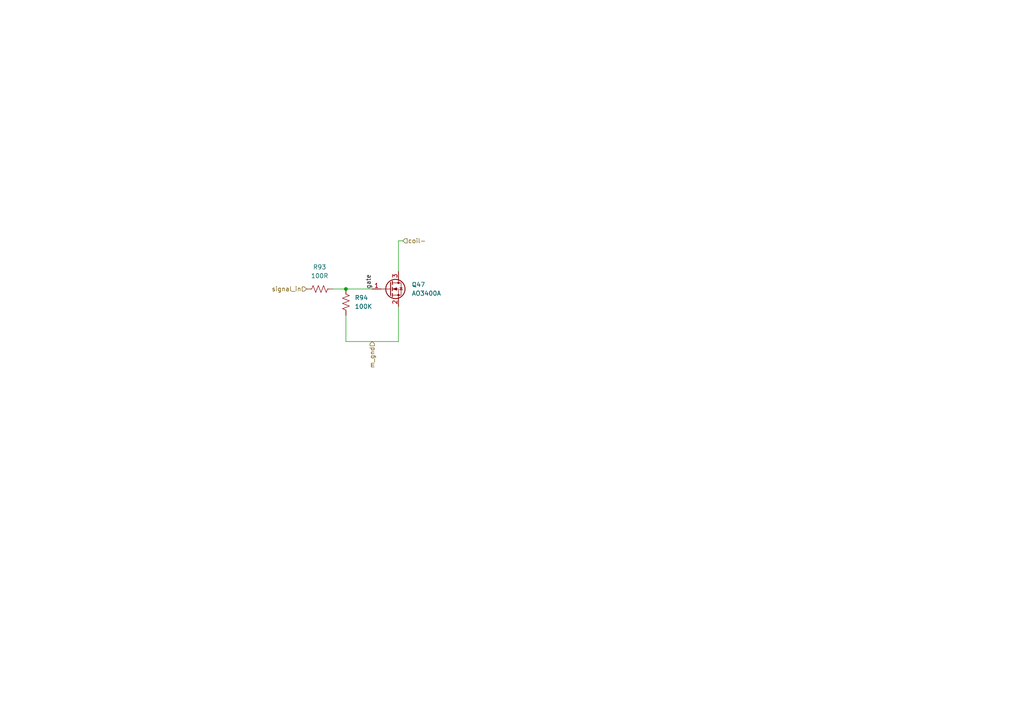
<source format=kicad_sch>
(kicad_sch
	(version 20250114)
	(generator "eeschema")
	(generator_version "9.0")
	(uuid "57fcd4e4-e03a-4da3-9068-5f076df4df21")
	(paper "A4")
	(lib_symbols
		(symbol "Device:R_US"
			(pin_numbers
				(hide yes)
			)
			(pin_names
				(offset 0)
			)
			(exclude_from_sim no)
			(in_bom yes)
			(on_board yes)
			(property "Reference" "R"
				(at 2.54 0 90)
				(effects
					(font
						(size 1.27 1.27)
					)
				)
			)
			(property "Value" "R_US"
				(at -2.54 0 90)
				(effects
					(font
						(size 1.27 1.27)
					)
				)
			)
			(property "Footprint" ""
				(at 1.016 -0.254 90)
				(effects
					(font
						(size 1.27 1.27)
					)
					(hide yes)
				)
			)
			(property "Datasheet" "~"
				(at 0 0 0)
				(effects
					(font
						(size 1.27 1.27)
					)
					(hide yes)
				)
			)
			(property "Description" "Resistor, US symbol"
				(at 0 0 0)
				(effects
					(font
						(size 1.27 1.27)
					)
					(hide yes)
				)
			)
			(property "ki_keywords" "R res resistor"
				(at 0 0 0)
				(effects
					(font
						(size 1.27 1.27)
					)
					(hide yes)
				)
			)
			(property "ki_fp_filters" "R_*"
				(at 0 0 0)
				(effects
					(font
						(size 1.27 1.27)
					)
					(hide yes)
				)
			)
			(symbol "R_US_0_1"
				(polyline
					(pts
						(xy 0 2.286) (xy 0 2.54)
					)
					(stroke
						(width 0)
						(type default)
					)
					(fill
						(type none)
					)
				)
				(polyline
					(pts
						(xy 0 2.286) (xy 1.016 1.905) (xy 0 1.524) (xy -1.016 1.143) (xy 0 0.762)
					)
					(stroke
						(width 0)
						(type default)
					)
					(fill
						(type none)
					)
				)
				(polyline
					(pts
						(xy 0 0.762) (xy 1.016 0.381) (xy 0 0) (xy -1.016 -0.381) (xy 0 -0.762)
					)
					(stroke
						(width 0)
						(type default)
					)
					(fill
						(type none)
					)
				)
				(polyline
					(pts
						(xy 0 -0.762) (xy 1.016 -1.143) (xy 0 -1.524) (xy -1.016 -1.905) (xy 0 -2.286)
					)
					(stroke
						(width 0)
						(type default)
					)
					(fill
						(type none)
					)
				)
				(polyline
					(pts
						(xy 0 -2.286) (xy 0 -2.54)
					)
					(stroke
						(width 0)
						(type default)
					)
					(fill
						(type none)
					)
				)
			)
			(symbol "R_US_1_1"
				(pin passive line
					(at 0 3.81 270)
					(length 1.27)
					(name "~"
						(effects
							(font
								(size 1.27 1.27)
							)
						)
					)
					(number "1"
						(effects
							(font
								(size 1.27 1.27)
							)
						)
					)
				)
				(pin passive line
					(at 0 -3.81 90)
					(length 1.27)
					(name "~"
						(effects
							(font
								(size 1.27 1.27)
							)
						)
					)
					(number "2"
						(effects
							(font
								(size 1.27 1.27)
							)
						)
					)
				)
			)
			(embedded_fonts no)
		)
		(symbol "Transistor_FET:AO3400A"
			(pin_names
				(offset 0)
				(hide yes)
			)
			(exclude_from_sim no)
			(in_bom yes)
			(on_board yes)
			(property "Reference" "Q"
				(at 5.08 1.905 0)
				(effects
					(font
						(size 1.27 1.27)
					)
					(justify left)
				)
			)
			(property "Value" "AO3400A"
				(at 5.08 0 0)
				(effects
					(font
						(size 1.27 1.27)
					)
					(justify left)
				)
			)
			(property "Footprint" "Package_TO_SOT_SMD:SOT-23"
				(at 5.08 -1.905 0)
				(effects
					(font
						(size 1.27 1.27)
						(italic yes)
					)
					(justify left)
					(hide yes)
				)
			)
			(property "Datasheet" "http://www.aosmd.com/pdfs/datasheet/AO3400A.pdf"
				(at 5.08 -3.81 0)
				(effects
					(font
						(size 1.27 1.27)
					)
					(justify left)
					(hide yes)
				)
			)
			(property "Description" "30V Vds, 5.7A Id, N-Channel MOSFET, SOT-23"
				(at 0 0 0)
				(effects
					(font
						(size 1.27 1.27)
					)
					(hide yes)
				)
			)
			(property "ki_keywords" "N-Channel MOSFET"
				(at 0 0 0)
				(effects
					(font
						(size 1.27 1.27)
					)
					(hide yes)
				)
			)
			(property "ki_fp_filters" "SOT?23*"
				(at 0 0 0)
				(effects
					(font
						(size 1.27 1.27)
					)
					(hide yes)
				)
			)
			(symbol "AO3400A_0_1"
				(polyline
					(pts
						(xy 0.254 1.905) (xy 0.254 -1.905)
					)
					(stroke
						(width 0.254)
						(type default)
					)
					(fill
						(type none)
					)
				)
				(polyline
					(pts
						(xy 0.254 0) (xy -2.54 0)
					)
					(stroke
						(width 0)
						(type default)
					)
					(fill
						(type none)
					)
				)
				(polyline
					(pts
						(xy 0.762 2.286) (xy 0.762 1.27)
					)
					(stroke
						(width 0.254)
						(type default)
					)
					(fill
						(type none)
					)
				)
				(polyline
					(pts
						(xy 0.762 0.508) (xy 0.762 -0.508)
					)
					(stroke
						(width 0.254)
						(type default)
					)
					(fill
						(type none)
					)
				)
				(polyline
					(pts
						(xy 0.762 -1.27) (xy 0.762 -2.286)
					)
					(stroke
						(width 0.254)
						(type default)
					)
					(fill
						(type none)
					)
				)
				(polyline
					(pts
						(xy 0.762 -1.778) (xy 3.302 -1.778) (xy 3.302 1.778) (xy 0.762 1.778)
					)
					(stroke
						(width 0)
						(type default)
					)
					(fill
						(type none)
					)
				)
				(polyline
					(pts
						(xy 1.016 0) (xy 2.032 0.381) (xy 2.032 -0.381) (xy 1.016 0)
					)
					(stroke
						(width 0)
						(type default)
					)
					(fill
						(type outline)
					)
				)
				(circle
					(center 1.651 0)
					(radius 2.794)
					(stroke
						(width 0.254)
						(type default)
					)
					(fill
						(type none)
					)
				)
				(polyline
					(pts
						(xy 2.54 2.54) (xy 2.54 1.778)
					)
					(stroke
						(width 0)
						(type default)
					)
					(fill
						(type none)
					)
				)
				(circle
					(center 2.54 1.778)
					(radius 0.254)
					(stroke
						(width 0)
						(type default)
					)
					(fill
						(type outline)
					)
				)
				(circle
					(center 2.54 -1.778)
					(radius 0.254)
					(stroke
						(width 0)
						(type default)
					)
					(fill
						(type outline)
					)
				)
				(polyline
					(pts
						(xy 2.54 -2.54) (xy 2.54 0) (xy 0.762 0)
					)
					(stroke
						(width 0)
						(type default)
					)
					(fill
						(type none)
					)
				)
				(polyline
					(pts
						(xy 2.921 0.381) (xy 3.683 0.381)
					)
					(stroke
						(width 0)
						(type default)
					)
					(fill
						(type none)
					)
				)
				(polyline
					(pts
						(xy 3.302 0.381) (xy 2.921 -0.254) (xy 3.683 -0.254) (xy 3.302 0.381)
					)
					(stroke
						(width 0)
						(type default)
					)
					(fill
						(type none)
					)
				)
			)
			(symbol "AO3400A_1_1"
				(pin input line
					(at -5.08 0 0)
					(length 2.54)
					(name "G"
						(effects
							(font
								(size 1.27 1.27)
							)
						)
					)
					(number "1"
						(effects
							(font
								(size 1.27 1.27)
							)
						)
					)
				)
				(pin passive line
					(at 2.54 5.08 270)
					(length 2.54)
					(name "D"
						(effects
							(font
								(size 1.27 1.27)
							)
						)
					)
					(number "3"
						(effects
							(font
								(size 1.27 1.27)
							)
						)
					)
				)
				(pin passive line
					(at 2.54 -5.08 90)
					(length 2.54)
					(name "S"
						(effects
							(font
								(size 1.27 1.27)
							)
						)
					)
					(number "2"
						(effects
							(font
								(size 1.27 1.27)
							)
						)
					)
				)
			)
			(embedded_fonts no)
		)
	)
	(junction
		(at 100.33 83.82)
		(diameter 0)
		(color 0 0 0 0)
		(uuid "39d22070-d0c8-41ed-8421-c6d0f11c5eb2")
	)
	(wire
		(pts
			(xy 115.57 69.85) (xy 116.84 69.85)
		)
		(stroke
			(width 0)
			(type default)
		)
		(uuid "2081934f-31bf-4f7a-ae15-875e4fae1daa")
	)
	(wire
		(pts
			(xy 96.52 83.82) (xy 100.33 83.82)
		)
		(stroke
			(width 0)
			(type default)
		)
		(uuid "2921c11f-7f46-4997-96ea-60ae0163a483")
	)
	(wire
		(pts
			(xy 115.57 88.9) (xy 115.57 99.06)
		)
		(stroke
			(width 0)
			(type default)
		)
		(uuid "363ea792-d7b8-40ca-aa1d-1269322ac92f")
	)
	(wire
		(pts
			(xy 115.57 78.74) (xy 115.57 69.85)
		)
		(stroke
			(width 0)
			(type default)
		)
		(uuid "5b23699d-337d-487e-84d8-f335be1ee7dc")
	)
	(wire
		(pts
			(xy 100.33 83.82) (xy 107.95 83.82)
		)
		(stroke
			(width 0)
			(type default)
		)
		(uuid "8bbfdeec-e472-4b97-8d77-61cef3d2eb5b")
	)
	(wire
		(pts
			(xy 100.33 99.06) (xy 115.57 99.06)
		)
		(stroke
			(width 0)
			(type default)
		)
		(uuid "af778189-ae7e-42a9-b6b0-d15cb1befd83")
	)
	(wire
		(pts
			(xy 100.33 91.44) (xy 100.33 99.06)
		)
		(stroke
			(width 0)
			(type default)
		)
		(uuid "ee8667c7-ec96-4931-a664-9dc0e1299727")
	)
	(label "gate"
		(at 107.95 83.82 90)
		(effects
			(font
				(size 1.27 1.27)
			)
			(justify left bottom)
		)
		(uuid "d66a5260-cdfd-4e67-8aa4-f4e3d919aea8")
	)
	(hierarchical_label "signal_in"
		(shape input)
		(at 88.9 83.82 180)
		(effects
			(font
				(size 1.27 1.27)
			)
			(justify right)
		)
		(uuid "21772e0b-33be-4341-880a-28f9dae1884a")
	)
	(hierarchical_label "coil-"
		(shape input)
		(at 116.84 69.85 0)
		(effects
			(font
				(size 1.27 1.27)
			)
			(justify left)
		)
		(uuid "5bcaef4d-3603-4f98-ab6f-2801af8aecb4")
	)
	(hierarchical_label "m_gnd"
		(shape input)
		(at 107.95 99.06 270)
		(effects
			(font
				(size 1.27 1.27)
			)
			(justify right)
		)
		(uuid "74f76629-c85c-47a7-b744-f66db93a4c0c")
	)
	(symbol
		(lib_id "Device:R_US")
		(at 100.33 87.63 0)
		(unit 1)
		(exclude_from_sim no)
		(in_bom yes)
		(on_board yes)
		(dnp no)
		(fields_autoplaced yes)
		(uuid "1e664b87-5d3e-4e9a-8218-e1cd8bb1b0c7")
		(property "Reference" "R2"
			(at 102.87 86.3599 0)
			(effects
				(font
					(size 1.27 1.27)
				)
				(justify left)
			)
		)
		(property "Value" "100K"
			(at 102.87 88.8999 0)
			(effects
				(font
					(size 1.27 1.27)
				)
				(justify left)
			)
		)
		(property "Footprint" "Resistor_SMD:R_0603_1608Metric"
			(at 101.346 87.884 90)
			(effects
				(font
					(size 1.27 1.27)
				)
				(hide yes)
			)
		)
		(property "Datasheet" "~"
			(at 100.33 87.63 0)
			(effects
				(font
					(size 1.27 1.27)
				)
				(hide yes)
			)
		)
		(property "Description" "Resistor, US symbol"
			(at 100.33 87.63 0)
			(effects
				(font
					(size 1.27 1.27)
				)
				(hide yes)
			)
		)
		(pin "2"
			(uuid "157dff1e-b296-4699-8c4e-f8118f1d0451")
		)
		(pin "1"
			(uuid "c9d2852e-69d8-478a-94ff-1bf9d148000f")
		)
		(instances
			(project "OrganMosfetArray"
				(path "/c071c3dc-fcf2-4a9c-93d2-4680c1b7cb2f/0e2bec89-5459-472c-a57c-a183ad9df8b8/198ce8b1-877d-44cf-addc-cd759e548b42"
					(reference "R94")
					(unit 1)
				)
				(path "/c071c3dc-fcf2-4a9c-93d2-4680c1b7cb2f/0e2bec89-5459-472c-a57c-a183ad9df8b8/1e7ecc51-646d-4046-868b-85f33b1dfce2"
					(reference "R92")
					(unit 1)
				)
				(path "/c071c3dc-fcf2-4a9c-93d2-4680c1b7cb2f/0e2bec89-5459-472c-a57c-a183ad9df8b8/270a1170-d4f8-4a96-b295-99ca6b783534"
					(reference "R96")
					(unit 1)
				)
				(path "/c071c3dc-fcf2-4a9c-93d2-4680c1b7cb2f/0e2bec89-5459-472c-a57c-a183ad9df8b8/2757642a-9874-44c7-8a91-6dd5f3cebc45"
					(reference "R78")
					(unit 1)
				)
				(path "/c071c3dc-fcf2-4a9c-93d2-4680c1b7cb2f/0e2bec89-5459-472c-a57c-a183ad9df8b8/2df45482-3a6a-4105-a4e0-7cfb289f4e5e"
					(reference "R90")
					(unit 1)
				)
				(path "/c071c3dc-fcf2-4a9c-93d2-4680c1b7cb2f/0e2bec89-5459-472c-a57c-a183ad9df8b8/34acf12b-64f9-4830-aa39-17b8417eae0f"
					(reference "R88")
					(unit 1)
				)
				(path "/c071c3dc-fcf2-4a9c-93d2-4680c1b7cb2f/0e2bec89-5459-472c-a57c-a183ad9df8b8/4108d403-570b-4072-ac08-e659d9ddcc7e"
					(reference "R82")
					(unit 1)
				)
				(path "/c071c3dc-fcf2-4a9c-93d2-4680c1b7cb2f/0e2bec89-5459-472c-a57c-a183ad9df8b8/55bec648-47f0-4c25-9685-db7c048028a6"
					(reference "R84")
					(unit 1)
				)
				(path "/c071c3dc-fcf2-4a9c-93d2-4680c1b7cb2f/0e2bec89-5459-472c-a57c-a183ad9df8b8/71239b42-179d-46b4-a801-a021e56162c0"
					(reference "R86")
					(unit 1)
				)
				(path "/c071c3dc-fcf2-4a9c-93d2-4680c1b7cb2f/0e2bec89-5459-472c-a57c-a183ad9df8b8/8f80ddd8-ec64-4254-a0be-6525ccba39bb"
					(reference "R80")
					(unit 1)
				)
				(path "/c071c3dc-fcf2-4a9c-93d2-4680c1b7cb2f/19072c67-b983-4f6e-b907-dd45cb13a7d2/198ce8b1-877d-44cf-addc-cd759e548b42"
					(reference "R54")
					(unit 1)
				)
				(path "/c071c3dc-fcf2-4a9c-93d2-4680c1b7cb2f/19072c67-b983-4f6e-b907-dd45cb13a7d2/1e7ecc51-646d-4046-868b-85f33b1dfce2"
					(reference "R52")
					(unit 1)
				)
				(path "/c071c3dc-fcf2-4a9c-93d2-4680c1b7cb2f/19072c67-b983-4f6e-b907-dd45cb13a7d2/270a1170-d4f8-4a96-b295-99ca6b783534"
					(reference "R56")
					(unit 1)
				)
				(path "/c071c3dc-fcf2-4a9c-93d2-4680c1b7cb2f/19072c67-b983-4f6e-b907-dd45cb13a7d2/2757642a-9874-44c7-8a91-6dd5f3cebc45"
					(reference "R38")
					(unit 1)
				)
				(path "/c071c3dc-fcf2-4a9c-93d2-4680c1b7cb2f/19072c67-b983-4f6e-b907-dd45cb13a7d2/2df45482-3a6a-4105-a4e0-7cfb289f4e5e"
					(reference "R50")
					(unit 1)
				)
				(path "/c071c3dc-fcf2-4a9c-93d2-4680c1b7cb2f/19072c67-b983-4f6e-b907-dd45cb13a7d2/34acf12b-64f9-4830-aa39-17b8417eae0f"
					(reference "R48")
					(unit 1)
				)
				(path "/c071c3dc-fcf2-4a9c-93d2-4680c1b7cb2f/19072c67-b983-4f6e-b907-dd45cb13a7d2/4108d403-570b-4072-ac08-e659d9ddcc7e"
					(reference "R42")
					(unit 1)
				)
				(path "/c071c3dc-fcf2-4a9c-93d2-4680c1b7cb2f/19072c67-b983-4f6e-b907-dd45cb13a7d2/55bec648-47f0-4c25-9685-db7c048028a6"
					(reference "R44")
					(unit 1)
				)
				(path "/c071c3dc-fcf2-4a9c-93d2-4680c1b7cb2f/19072c67-b983-4f6e-b907-dd45cb13a7d2/71239b42-179d-46b4-a801-a021e56162c0"
					(reference "R46")
					(unit 1)
				)
				(path "/c071c3dc-fcf2-4a9c-93d2-4680c1b7cb2f/19072c67-b983-4f6e-b907-dd45cb13a7d2/8f80ddd8-ec64-4254-a0be-6525ccba39bb"
					(reference "R40")
					(unit 1)
				)
				(path "/c071c3dc-fcf2-4a9c-93d2-4680c1b7cb2f/9a58556b-eeea-45b2-97f5-1d76f7eae31a/198ce8b1-877d-44cf-addc-cd759e548b42"
					(reference "R74")
					(unit 1)
				)
				(path "/c071c3dc-fcf2-4a9c-93d2-4680c1b7cb2f/9a58556b-eeea-45b2-97f5-1d76f7eae31a/1e7ecc51-646d-4046-868b-85f33b1dfce2"
					(reference "R72")
					(unit 1)
				)
				(path "/c071c3dc-fcf2-4a9c-93d2-4680c1b7cb2f/9a58556b-eeea-45b2-97f5-1d76f7eae31a/270a1170-d4f8-4a96-b295-99ca6b783534"
					(reference "R76")
					(unit 1)
				)
				(path "/c071c3dc-fcf2-4a9c-93d2-4680c1b7cb2f/9a58556b-eeea-45b2-97f5-1d76f7eae31a/2757642a-9874-44c7-8a91-6dd5f3cebc45"
					(reference "R58")
					(unit 1)
				)
				(path "/c071c3dc-fcf2-4a9c-93d2-4680c1b7cb2f/9a58556b-eeea-45b2-97f5-1d76f7eae31a/2df45482-3a6a-4105-a4e0-7cfb289f4e5e"
					(reference "R70")
					(unit 1)
				)
				(path "/c071c3dc-fcf2-4a9c-93d2-4680c1b7cb2f/9a58556b-eeea-45b2-97f5-1d76f7eae31a/34acf12b-64f9-4830-aa39-17b8417eae0f"
					(reference "R68")
					(unit 1)
				)
				(path "/c071c3dc-fcf2-4a9c-93d2-4680c1b7cb2f/9a58556b-eeea-45b2-97f5-1d76f7eae31a/4108d403-570b-4072-ac08-e659d9ddcc7e"
					(reference "R62")
					(unit 1)
				)
				(path "/c071c3dc-fcf2-4a9c-93d2-4680c1b7cb2f/9a58556b-eeea-45b2-97f5-1d76f7eae31a/55bec648-47f0-4c25-9685-db7c048028a6"
					(reference "R64")
					(unit 1)
				)
				(path "/c071c3dc-fcf2-4a9c-93d2-4680c1b7cb2f/9a58556b-eeea-45b2-97f5-1d76f7eae31a/71239b42-179d-46b4-a801-a021e56162c0"
					(reference "R66")
					(unit 1)
				)
				(path "/c071c3dc-fcf2-4a9c-93d2-4680c1b7cb2f/9a58556b-eeea-45b2-97f5-1d76f7eae31a/8f80ddd8-ec64-4254-a0be-6525ccba39bb"
					(reference "R60")
					(unit 1)
				)
				(path "/c071c3dc-fcf2-4a9c-93d2-4680c1b7cb2f/d30194c7-e18c-4bae-9153-b4008d909502/198ce8b1-877d-44cf-addc-cd759e548b42"
					(reference "R34")
					(unit 1)
				)
				(path "/c071c3dc-fcf2-4a9c-93d2-4680c1b7cb2f/d30194c7-e18c-4bae-9153-b4008d909502/1e7ecc51-646d-4046-868b-85f33b1dfce2"
					(reference "R32")
					(unit 1)
				)
				(path "/c071c3dc-fcf2-4a9c-93d2-4680c1b7cb2f/d30194c7-e18c-4bae-9153-b4008d909502/270a1170-d4f8-4a96-b295-99ca6b783534"
					(reference "R36")
					(unit 1)
				)
				(path "/c071c3dc-fcf2-4a9c-93d2-4680c1b7cb2f/d30194c7-e18c-4bae-9153-b4008d909502/2757642a-9874-44c7-8a91-6dd5f3cebc45"
					(reference "R18")
					(unit 1)
				)
				(path "/c071c3dc-fcf2-4a9c-93d2-4680c1b7cb2f/d30194c7-e18c-4bae-9153-b4008d909502/2df45482-3a6a-4105-a4e0-7cfb289f4e5e"
					(reference "R30")
					(unit 1)
				)
				(path "/c071c3dc-fcf2-4a9c-93d2-4680c1b7cb2f/d30194c7-e18c-4bae-9153-b4008d909502/34acf12b-64f9-4830-aa39-17b8417eae0f"
					(reference "R28")
					(unit 1)
				)
				(path "/c071c3dc-fcf2-4a9c-93d2-4680c1b7cb2f/d30194c7-e18c-4bae-9153-b4008d909502/4108d403-570b-4072-ac08-e659d9ddcc7e"
					(reference "R22")
					(unit 1)
				)
				(path "/c071c3dc-fcf2-4a9c-93d2-4680c1b7cb2f/d30194c7-e18c-4bae-9153-b4008d909502/55bec648-47f0-4c25-9685-db7c048028a6"
					(reference "R24")
					(unit 1)
				)
				(path "/c071c3dc-fcf2-4a9c-93d2-4680c1b7cb2f/d30194c7-e18c-4bae-9153-b4008d909502/71239b42-179d-46b4-a801-a021e56162c0"
					(reference "R26")
					(unit 1)
				)
				(path "/c071c3dc-fcf2-4a9c-93d2-4680c1b7cb2f/d30194c7-e18c-4bae-9153-b4008d909502/8f80ddd8-ec64-4254-a0be-6525ccba39bb"
					(reference "R20")
					(unit 1)
				)
				(path "/c071c3dc-fcf2-4a9c-93d2-4680c1b7cb2f/f64a8887-2d1c-460e-83fc-b11b584f1002/198ce8b1-877d-44cf-addc-cd759e548b42"
					(reference "R98")
					(unit 1)
				)
				(path "/c071c3dc-fcf2-4a9c-93d2-4680c1b7cb2f/f64a8887-2d1c-460e-83fc-b11b584f1002/1e7ecc51-646d-4046-868b-85f33b1dfce2"
					(reference "R16")
					(unit 1)
				)
				(path "/c071c3dc-fcf2-4a9c-93d2-4680c1b7cb2f/f64a8887-2d1c-460e-83fc-b11b584f1002/270a1170-d4f8-4a96-b295-99ca6b783534"
					(reference "R100")
					(unit 1)
				)
				(path "/c071c3dc-fcf2-4a9c-93d2-4680c1b7cb2f/f64a8887-2d1c-460e-83fc-b11b584f1002/2757642a-9874-44c7-8a91-6dd5f3cebc45"
					(reference "R8")
					(unit 1)
				)
				(path "/c071c3dc-fcf2-4a9c-93d2-4680c1b7cb2f/f64a8887-2d1c-460e-83fc-b11b584f1002/2df45482-3a6a-4105-a4e0-7cfb289f4e5e"
					(reference "R14")
					(unit 1)
				)
				(path "/c071c3dc-fcf2-4a9c-93d2-4680c1b7cb2f/f64a8887-2d1c-460e-83fc-b11b584f1002/34acf12b-64f9-4830-aa39-17b8417eae0f"
					(reference "R10")
					(unit 1)
				)
				(path "/c071c3dc-fcf2-4a9c-93d2-4680c1b7cb2f/f64a8887-2d1c-460e-83fc-b11b584f1002/4108d403-570b-4072-ac08-e659d9ddcc7e"
					(reference "R4")
					(unit 1)
				)
				(path "/c071c3dc-fcf2-4a9c-93d2-4680c1b7cb2f/f64a8887-2d1c-460e-83fc-b11b584f1002/55bec648-47f0-4c25-9685-db7c048028a6"
					(reference "R12")
					(unit 1)
				)
				(path "/c071c3dc-fcf2-4a9c-93d2-4680c1b7cb2f/f64a8887-2d1c-460e-83fc-b11b584f1002/71239b42-179d-46b4-a801-a021e56162c0"
					(reference "R2")
					(unit 1)
				)
				(path "/c071c3dc-fcf2-4a9c-93d2-4680c1b7cb2f/f64a8887-2d1c-460e-83fc-b11b584f1002/8f80ddd8-ec64-4254-a0be-6525ccba39bb"
					(reference "R6")
					(unit 1)
				)
			)
		)
	)
	(symbol
		(lib_id "Device:R_US")
		(at 92.71 83.82 90)
		(unit 1)
		(exclude_from_sim no)
		(in_bom yes)
		(on_board yes)
		(dnp no)
		(fields_autoplaced yes)
		(uuid "49c6d188-dfb1-4e6f-a11d-7f33c2a7f28c")
		(property "Reference" "R1"
			(at 92.71 77.47 90)
			(effects
				(font
					(size 1.27 1.27)
				)
			)
		)
		(property "Value" "100R"
			(at 92.71 80.01 90)
			(effects
				(font
					(size 1.27 1.27)
				)
			)
		)
		(property "Footprint" "Resistor_SMD:R_0603_1608Metric"
			(at 92.964 82.804 90)
			(effects
				(font
					(size 1.27 1.27)
				)
				(hide yes)
			)
		)
		(property "Datasheet" "~"
			(at 92.71 83.82 0)
			(effects
				(font
					(size 1.27 1.27)
				)
				(hide yes)
			)
		)
		(property "Description" "Resistor, US symbol"
			(at 92.71 83.82 0)
			(effects
				(font
					(size 1.27 1.27)
				)
				(hide yes)
			)
		)
		(pin "2"
			(uuid "7f7dd551-0cf3-4566-aada-b5c491172c11")
		)
		(pin "1"
			(uuid "c712744c-9dc0-44ea-b2ed-ebb750b112a6")
		)
		(instances
			(project "OrganMosfetArray"
				(path "/c071c3dc-fcf2-4a9c-93d2-4680c1b7cb2f/0e2bec89-5459-472c-a57c-a183ad9df8b8/198ce8b1-877d-44cf-addc-cd759e548b42"
					(reference "R93")
					(unit 1)
				)
				(path "/c071c3dc-fcf2-4a9c-93d2-4680c1b7cb2f/0e2bec89-5459-472c-a57c-a183ad9df8b8/1e7ecc51-646d-4046-868b-85f33b1dfce2"
					(reference "R91")
					(unit 1)
				)
				(path "/c071c3dc-fcf2-4a9c-93d2-4680c1b7cb2f/0e2bec89-5459-472c-a57c-a183ad9df8b8/270a1170-d4f8-4a96-b295-99ca6b783534"
					(reference "R95")
					(unit 1)
				)
				(path "/c071c3dc-fcf2-4a9c-93d2-4680c1b7cb2f/0e2bec89-5459-472c-a57c-a183ad9df8b8/2757642a-9874-44c7-8a91-6dd5f3cebc45"
					(reference "R77")
					(unit 1)
				)
				(path "/c071c3dc-fcf2-4a9c-93d2-4680c1b7cb2f/0e2bec89-5459-472c-a57c-a183ad9df8b8/2df45482-3a6a-4105-a4e0-7cfb289f4e5e"
					(reference "R89")
					(unit 1)
				)
				(path "/c071c3dc-fcf2-4a9c-93d2-4680c1b7cb2f/0e2bec89-5459-472c-a57c-a183ad9df8b8/34acf12b-64f9-4830-aa39-17b8417eae0f"
					(reference "R87")
					(unit 1)
				)
				(path "/c071c3dc-fcf2-4a9c-93d2-4680c1b7cb2f/0e2bec89-5459-472c-a57c-a183ad9df8b8/4108d403-570b-4072-ac08-e659d9ddcc7e"
					(reference "R81")
					(unit 1)
				)
				(path "/c071c3dc-fcf2-4a9c-93d2-4680c1b7cb2f/0e2bec89-5459-472c-a57c-a183ad9df8b8/55bec648-47f0-4c25-9685-db7c048028a6"
					(reference "R83")
					(unit 1)
				)
				(path "/c071c3dc-fcf2-4a9c-93d2-4680c1b7cb2f/0e2bec89-5459-472c-a57c-a183ad9df8b8/71239b42-179d-46b4-a801-a021e56162c0"
					(reference "R85")
					(unit 1)
				)
				(path "/c071c3dc-fcf2-4a9c-93d2-4680c1b7cb2f/0e2bec89-5459-472c-a57c-a183ad9df8b8/8f80ddd8-ec64-4254-a0be-6525ccba39bb"
					(reference "R79")
					(unit 1)
				)
				(path "/c071c3dc-fcf2-4a9c-93d2-4680c1b7cb2f/19072c67-b983-4f6e-b907-dd45cb13a7d2/198ce8b1-877d-44cf-addc-cd759e548b42"
					(reference "R53")
					(unit 1)
				)
				(path "/c071c3dc-fcf2-4a9c-93d2-4680c1b7cb2f/19072c67-b983-4f6e-b907-dd45cb13a7d2/1e7ecc51-646d-4046-868b-85f33b1dfce2"
					(reference "R51")
					(unit 1)
				)
				(path "/c071c3dc-fcf2-4a9c-93d2-4680c1b7cb2f/19072c67-b983-4f6e-b907-dd45cb13a7d2/270a1170-d4f8-4a96-b295-99ca6b783534"
					(reference "R55")
					(unit 1)
				)
				(path "/c071c3dc-fcf2-4a9c-93d2-4680c1b7cb2f/19072c67-b983-4f6e-b907-dd45cb13a7d2/2757642a-9874-44c7-8a91-6dd5f3cebc45"
					(reference "R37")
					(unit 1)
				)
				(path "/c071c3dc-fcf2-4a9c-93d2-4680c1b7cb2f/19072c67-b983-4f6e-b907-dd45cb13a7d2/2df45482-3a6a-4105-a4e0-7cfb289f4e5e"
					(reference "R49")
					(unit 1)
				)
				(path "/c071c3dc-fcf2-4a9c-93d2-4680c1b7cb2f/19072c67-b983-4f6e-b907-dd45cb13a7d2/34acf12b-64f9-4830-aa39-17b8417eae0f"
					(reference "R47")
					(unit 1)
				)
				(path "/c071c3dc-fcf2-4a9c-93d2-4680c1b7cb2f/19072c67-b983-4f6e-b907-dd45cb13a7d2/4108d403-570b-4072-ac08-e659d9ddcc7e"
					(reference "R41")
					(unit 1)
				)
				(path "/c071c3dc-fcf2-4a9c-93d2-4680c1b7cb2f/19072c67-b983-4f6e-b907-dd45cb13a7d2/55bec648-47f0-4c25-9685-db7c048028a6"
					(reference "R43")
					(unit 1)
				)
				(path "/c071c3dc-fcf2-4a9c-93d2-4680c1b7cb2f/19072c67-b983-4f6e-b907-dd45cb13a7d2/71239b42-179d-46b4-a801-a021e56162c0"
					(reference "R45")
					(unit 1)
				)
				(path "/c071c3dc-fcf2-4a9c-93d2-4680c1b7cb2f/19072c67-b983-4f6e-b907-dd45cb13a7d2/8f80ddd8-ec64-4254-a0be-6525ccba39bb"
					(reference "R39")
					(unit 1)
				)
				(path "/c071c3dc-fcf2-4a9c-93d2-4680c1b7cb2f/9a58556b-eeea-45b2-97f5-1d76f7eae31a/198ce8b1-877d-44cf-addc-cd759e548b42"
					(reference "R73")
					(unit 1)
				)
				(path "/c071c3dc-fcf2-4a9c-93d2-4680c1b7cb2f/9a58556b-eeea-45b2-97f5-1d76f7eae31a/1e7ecc51-646d-4046-868b-85f33b1dfce2"
					(reference "R71")
					(unit 1)
				)
				(path "/c071c3dc-fcf2-4a9c-93d2-4680c1b7cb2f/9a58556b-eeea-45b2-97f5-1d76f7eae31a/270a1170-d4f8-4a96-b295-99ca6b783534"
					(reference "R75")
					(unit 1)
				)
				(path "/c071c3dc-fcf2-4a9c-93d2-4680c1b7cb2f/9a58556b-eeea-45b2-97f5-1d76f7eae31a/2757642a-9874-44c7-8a91-6dd5f3cebc45"
					(reference "R57")
					(unit 1)
				)
				(path "/c071c3dc-fcf2-4a9c-93d2-4680c1b7cb2f/9a58556b-eeea-45b2-97f5-1d76f7eae31a/2df45482-3a6a-4105-a4e0-7cfb289f4e5e"
					(reference "R69")
					(unit 1)
				)
				(path "/c071c3dc-fcf2-4a9c-93d2-4680c1b7cb2f/9a58556b-eeea-45b2-97f5-1d76f7eae31a/34acf12b-64f9-4830-aa39-17b8417eae0f"
					(reference "R67")
					(unit 1)
				)
				(path "/c071c3dc-fcf2-4a9c-93d2-4680c1b7cb2f/9a58556b-eeea-45b2-97f5-1d76f7eae31a/4108d403-570b-4072-ac08-e659d9ddcc7e"
					(reference "R61")
					(unit 1)
				)
				(path "/c071c3dc-fcf2-4a9c-93d2-4680c1b7cb2f/9a58556b-eeea-45b2-97f5-1d76f7eae31a/55bec648-47f0-4c25-9685-db7c048028a6"
					(reference "R63")
					(unit 1)
				)
				(path "/c071c3dc-fcf2-4a9c-93d2-4680c1b7cb2f/9a58556b-eeea-45b2-97f5-1d76f7eae31a/71239b42-179d-46b4-a801-a021e56162c0"
					(reference "R65")
					(unit 1)
				)
				(path "/c071c3dc-fcf2-4a9c-93d2-4680c1b7cb2f/9a58556b-eeea-45b2-97f5-1d76f7eae31a/8f80ddd8-ec64-4254-a0be-6525ccba39bb"
					(reference "R59")
					(unit 1)
				)
				(path "/c071c3dc-fcf2-4a9c-93d2-4680c1b7cb2f/d30194c7-e18c-4bae-9153-b4008d909502/198ce8b1-877d-44cf-addc-cd759e548b42"
					(reference "R33")
					(unit 1)
				)
				(path "/c071c3dc-fcf2-4a9c-93d2-4680c1b7cb2f/d30194c7-e18c-4bae-9153-b4008d909502/1e7ecc51-646d-4046-868b-85f33b1dfce2"
					(reference "R31")
					(unit 1)
				)
				(path "/c071c3dc-fcf2-4a9c-93d2-4680c1b7cb2f/d30194c7-e18c-4bae-9153-b4008d909502/270a1170-d4f8-4a96-b295-99ca6b783534"
					(reference "R35")
					(unit 1)
				)
				(path "/c071c3dc-fcf2-4a9c-93d2-4680c1b7cb2f/d30194c7-e18c-4bae-9153-b4008d909502/2757642a-9874-44c7-8a91-6dd5f3cebc45"
					(reference "R17")
					(unit 1)
				)
				(path "/c071c3dc-fcf2-4a9c-93d2-4680c1b7cb2f/d30194c7-e18c-4bae-9153-b4008d909502/2df45482-3a6a-4105-a4e0-7cfb289f4e5e"
					(reference "R29")
					(unit 1)
				)
				(path "/c071c3dc-fcf2-4a9c-93d2-4680c1b7cb2f/d30194c7-e18c-4bae-9153-b4008d909502/34acf12b-64f9-4830-aa39-17b8417eae0f"
					(reference "R27")
					(unit 1)
				)
				(path "/c071c3dc-fcf2-4a9c-93d2-4680c1b7cb2f/d30194c7-e18c-4bae-9153-b4008d909502/4108d403-570b-4072-ac08-e659d9ddcc7e"
					(reference "R21")
					(unit 1)
				)
				(path "/c071c3dc-fcf2-4a9c-93d2-4680c1b7cb2f/d30194c7-e18c-4bae-9153-b4008d909502/55bec648-47f0-4c25-9685-db7c048028a6"
					(reference "R23")
					(unit 1)
				)
				(path "/c071c3dc-fcf2-4a9c-93d2-4680c1b7cb2f/d30194c7-e18c-4bae-9153-b4008d909502/71239b42-179d-46b4-a801-a021e56162c0"
					(reference "R25")
					(unit 1)
				)
				(path "/c071c3dc-fcf2-4a9c-93d2-4680c1b7cb2f/d30194c7-e18c-4bae-9153-b4008d909502/8f80ddd8-ec64-4254-a0be-6525ccba39bb"
					(reference "R19")
					(unit 1)
				)
				(path "/c071c3dc-fcf2-4a9c-93d2-4680c1b7cb2f/f64a8887-2d1c-460e-83fc-b11b584f1002/198ce8b1-877d-44cf-addc-cd759e548b42"
					(reference "R97")
					(unit 1)
				)
				(path "/c071c3dc-fcf2-4a9c-93d2-4680c1b7cb2f/f64a8887-2d1c-460e-83fc-b11b584f1002/1e7ecc51-646d-4046-868b-85f33b1dfce2"
					(reference "R15")
					(unit 1)
				)
				(path "/c071c3dc-fcf2-4a9c-93d2-4680c1b7cb2f/f64a8887-2d1c-460e-83fc-b11b584f1002/270a1170-d4f8-4a96-b295-99ca6b783534"
					(reference "R99")
					(unit 1)
				)
				(path "/c071c3dc-fcf2-4a9c-93d2-4680c1b7cb2f/f64a8887-2d1c-460e-83fc-b11b584f1002/2757642a-9874-44c7-8a91-6dd5f3cebc45"
					(reference "R7")
					(unit 1)
				)
				(path "/c071c3dc-fcf2-4a9c-93d2-4680c1b7cb2f/f64a8887-2d1c-460e-83fc-b11b584f1002/2df45482-3a6a-4105-a4e0-7cfb289f4e5e"
					(reference "R13")
					(unit 1)
				)
				(path "/c071c3dc-fcf2-4a9c-93d2-4680c1b7cb2f/f64a8887-2d1c-460e-83fc-b11b584f1002/34acf12b-64f9-4830-aa39-17b8417eae0f"
					(reference "R9")
					(unit 1)
				)
				(path "/c071c3dc-fcf2-4a9c-93d2-4680c1b7cb2f/f64a8887-2d1c-460e-83fc-b11b584f1002/4108d403-570b-4072-ac08-e659d9ddcc7e"
					(reference "R3")
					(unit 1)
				)
				(path "/c071c3dc-fcf2-4a9c-93d2-4680c1b7cb2f/f64a8887-2d1c-460e-83fc-b11b584f1002/55bec648-47f0-4c25-9685-db7c048028a6"
					(reference "R11")
					(unit 1)
				)
				(path "/c071c3dc-fcf2-4a9c-93d2-4680c1b7cb2f/f64a8887-2d1c-460e-83fc-b11b584f1002/71239b42-179d-46b4-a801-a021e56162c0"
					(reference "R1")
					(unit 1)
				)
				(path "/c071c3dc-fcf2-4a9c-93d2-4680c1b7cb2f/f64a8887-2d1c-460e-83fc-b11b584f1002/8f80ddd8-ec64-4254-a0be-6525ccba39bb"
					(reference "R5")
					(unit 1)
				)
			)
		)
	)
	(symbol
		(lib_id "Transistor_FET:AO3400A")
		(at 113.03 83.82 0)
		(unit 1)
		(exclude_from_sim no)
		(in_bom yes)
		(on_board yes)
		(dnp no)
		(fields_autoplaced yes)
		(uuid "e6026486-e4d7-40af-b46e-1abc4aa3cfd0")
		(property "Reference" "Q1"
			(at 119.38 82.5499 0)
			(effects
				(font
					(size 1.27 1.27)
				)
				(justify left)
			)
		)
		(property "Value" "AO3400A"
			(at 119.38 85.0899 0)
			(effects
				(font
					(size 1.27 1.27)
				)
				(justify left)
			)
		)
		(property "Footprint" "Package_TO_SOT_SMD:SOT-23"
			(at 118.11 85.725 0)
			(effects
				(font
					(size 1.27 1.27)
					(italic yes)
				)
				(justify left)
				(hide yes)
			)
		)
		(property "Datasheet" "http://www.aosmd.com/pdfs/datasheet/AO3400A.pdf"
			(at 118.11 87.63 0)
			(effects
				(font
					(size 1.27 1.27)
				)
				(justify left)
				(hide yes)
			)
		)
		(property "Description" "30V Vds, 5.7A Id, N-Channel MOSFET, SOT-23"
			(at 113.03 83.82 0)
			(effects
				(font
					(size 1.27 1.27)
				)
				(hide yes)
			)
		)
		(pin "2"
			(uuid "92194528-390f-4c76-a1a1-bfd2e8a00ce6")
		)
		(pin "3"
			(uuid "400c211f-48fb-4e81-9133-1e9cc759d78f")
		)
		(pin "1"
			(uuid "0d4fa5e5-5f68-42f2-b8ce-95d65c82d8c2")
		)
		(instances
			(project "OrganMosfetArray"
				(path "/c071c3dc-fcf2-4a9c-93d2-4680c1b7cb2f/0e2bec89-5459-472c-a57c-a183ad9df8b8/198ce8b1-877d-44cf-addc-cd759e548b42"
					(reference "Q47")
					(unit 1)
				)
				(path "/c071c3dc-fcf2-4a9c-93d2-4680c1b7cb2f/0e2bec89-5459-472c-a57c-a183ad9df8b8/1e7ecc51-646d-4046-868b-85f33b1dfce2"
					(reference "Q46")
					(unit 1)
				)
				(path "/c071c3dc-fcf2-4a9c-93d2-4680c1b7cb2f/0e2bec89-5459-472c-a57c-a183ad9df8b8/270a1170-d4f8-4a96-b295-99ca6b783534"
					(reference "Q48")
					(unit 1)
				)
				(path "/c071c3dc-fcf2-4a9c-93d2-4680c1b7cb2f/0e2bec89-5459-472c-a57c-a183ad9df8b8/2757642a-9874-44c7-8a91-6dd5f3cebc45"
					(reference "Q39")
					(unit 1)
				)
				(path "/c071c3dc-fcf2-4a9c-93d2-4680c1b7cb2f/0e2bec89-5459-472c-a57c-a183ad9df8b8/2df45482-3a6a-4105-a4e0-7cfb289f4e5e"
					(reference "Q45")
					(unit 1)
				)
				(path "/c071c3dc-fcf2-4a9c-93d2-4680c1b7cb2f/0e2bec89-5459-472c-a57c-a183ad9df8b8/34acf12b-64f9-4830-aa39-17b8417eae0f"
					(reference "Q44")
					(unit 1)
				)
				(path "/c071c3dc-fcf2-4a9c-93d2-4680c1b7cb2f/0e2bec89-5459-472c-a57c-a183ad9df8b8/4108d403-570b-4072-ac08-e659d9ddcc7e"
					(reference "Q41")
					(unit 1)
				)
				(path "/c071c3dc-fcf2-4a9c-93d2-4680c1b7cb2f/0e2bec89-5459-472c-a57c-a183ad9df8b8/55bec648-47f0-4c25-9685-db7c048028a6"
					(reference "Q42")
					(unit 1)
				)
				(path "/c071c3dc-fcf2-4a9c-93d2-4680c1b7cb2f/0e2bec89-5459-472c-a57c-a183ad9df8b8/71239b42-179d-46b4-a801-a021e56162c0"
					(reference "Q43")
					(unit 1)
				)
				(path "/c071c3dc-fcf2-4a9c-93d2-4680c1b7cb2f/0e2bec89-5459-472c-a57c-a183ad9df8b8/8f80ddd8-ec64-4254-a0be-6525ccba39bb"
					(reference "Q40")
					(unit 1)
				)
				(path "/c071c3dc-fcf2-4a9c-93d2-4680c1b7cb2f/19072c67-b983-4f6e-b907-dd45cb13a7d2/198ce8b1-877d-44cf-addc-cd759e548b42"
					(reference "Q27")
					(unit 1)
				)
				(path "/c071c3dc-fcf2-4a9c-93d2-4680c1b7cb2f/19072c67-b983-4f6e-b907-dd45cb13a7d2/1e7ecc51-646d-4046-868b-85f33b1dfce2"
					(reference "Q26")
					(unit 1)
				)
				(path "/c071c3dc-fcf2-4a9c-93d2-4680c1b7cb2f/19072c67-b983-4f6e-b907-dd45cb13a7d2/270a1170-d4f8-4a96-b295-99ca6b783534"
					(reference "Q28")
					(unit 1)
				)
				(path "/c071c3dc-fcf2-4a9c-93d2-4680c1b7cb2f/19072c67-b983-4f6e-b907-dd45cb13a7d2/2757642a-9874-44c7-8a91-6dd5f3cebc45"
					(reference "Q19")
					(unit 1)
				)
				(path "/c071c3dc-fcf2-4a9c-93d2-4680c1b7cb2f/19072c67-b983-4f6e-b907-dd45cb13a7d2/2df45482-3a6a-4105-a4e0-7cfb289f4e5e"
					(reference "Q25")
					(unit 1)
				)
				(path "/c071c3dc-fcf2-4a9c-93d2-4680c1b7cb2f/19072c67-b983-4f6e-b907-dd45cb13a7d2/34acf12b-64f9-4830-aa39-17b8417eae0f"
					(reference "Q24")
					(unit 1)
				)
				(path "/c071c3dc-fcf2-4a9c-93d2-4680c1b7cb2f/19072c67-b983-4f6e-b907-dd45cb13a7d2/4108d403-570b-4072-ac08-e659d9ddcc7e"
					(reference "Q21")
					(unit 1)
				)
				(path "/c071c3dc-fcf2-4a9c-93d2-4680c1b7cb2f/19072c67-b983-4f6e-b907-dd45cb13a7d2/55bec648-47f0-4c25-9685-db7c048028a6"
					(reference "Q22")
					(unit 1)
				)
				(path "/c071c3dc-fcf2-4a9c-93d2-4680c1b7cb2f/19072c67-b983-4f6e-b907-dd45cb13a7d2/71239b42-179d-46b4-a801-a021e56162c0"
					(reference "Q23")
					(unit 1)
				)
				(path "/c071c3dc-fcf2-4a9c-93d2-4680c1b7cb2f/19072c67-b983-4f6e-b907-dd45cb13a7d2/8f80ddd8-ec64-4254-a0be-6525ccba39bb"
					(reference "Q20")
					(unit 1)
				)
				(path "/c071c3dc-fcf2-4a9c-93d2-4680c1b7cb2f/9a58556b-eeea-45b2-97f5-1d76f7eae31a/198ce8b1-877d-44cf-addc-cd759e548b42"
					(reference "Q37")
					(unit 1)
				)
				(path "/c071c3dc-fcf2-4a9c-93d2-4680c1b7cb2f/9a58556b-eeea-45b2-97f5-1d76f7eae31a/1e7ecc51-646d-4046-868b-85f33b1dfce2"
					(reference "Q36")
					(unit 1)
				)
				(path "/c071c3dc-fcf2-4a9c-93d2-4680c1b7cb2f/9a58556b-eeea-45b2-97f5-1d76f7eae31a/270a1170-d4f8-4a96-b295-99ca6b783534"
					(reference "Q38")
					(unit 1)
				)
				(path "/c071c3dc-fcf2-4a9c-93d2-4680c1b7cb2f/9a58556b-eeea-45b2-97f5-1d76f7eae31a/2757642a-9874-44c7-8a91-6dd5f3cebc45"
					(reference "Q29")
					(unit 1)
				)
				(path "/c071c3dc-fcf2-4a9c-93d2-4680c1b7cb2f/9a58556b-eeea-45b2-97f5-1d76f7eae31a/2df45482-3a6a-4105-a4e0-7cfb289f4e5e"
					(reference "Q35")
					(unit 1)
				)
				(path "/c071c3dc-fcf2-4a9c-93d2-4680c1b7cb2f/9a58556b-eeea-45b2-97f5-1d76f7eae31a/34acf12b-64f9-4830-aa39-17b8417eae0f"
					(reference "Q34")
					(unit 1)
				)
				(path "/c071c3dc-fcf2-4a9c-93d2-4680c1b7cb2f/9a58556b-eeea-45b2-97f5-1d76f7eae31a/4108d403-570b-4072-ac08-e659d9ddcc7e"
					(reference "Q31")
					(unit 1)
				)
				(path "/c071c3dc-fcf2-4a9c-93d2-4680c1b7cb2f/9a58556b-eeea-45b2-97f5-1d76f7eae31a/55bec648-47f0-4c25-9685-db7c048028a6"
					(reference "Q32")
					(unit 1)
				)
				(path "/c071c3dc-fcf2-4a9c-93d2-4680c1b7cb2f/9a58556b-eeea-45b2-97f5-1d76f7eae31a/71239b42-179d-46b4-a801-a021e56162c0"
					(reference "Q33")
					(unit 1)
				)
				(path "/c071c3dc-fcf2-4a9c-93d2-4680c1b7cb2f/9a58556b-eeea-45b2-97f5-1d76f7eae31a/8f80ddd8-ec64-4254-a0be-6525ccba39bb"
					(reference "Q30")
					(unit 1)
				)
				(path "/c071c3dc-fcf2-4a9c-93d2-4680c1b7cb2f/d30194c7-e18c-4bae-9153-b4008d909502/198ce8b1-877d-44cf-addc-cd759e548b42"
					(reference "Q17")
					(unit 1)
				)
				(path "/c071c3dc-fcf2-4a9c-93d2-4680c1b7cb2f/d30194c7-e18c-4bae-9153-b4008d909502/1e7ecc51-646d-4046-868b-85f33b1dfce2"
					(reference "Q16")
					(unit 1)
				)
				(path "/c071c3dc-fcf2-4a9c-93d2-4680c1b7cb2f/d30194c7-e18c-4bae-9153-b4008d909502/270a1170-d4f8-4a96-b295-99ca6b783534"
					(reference "Q18")
					(unit 1)
				)
				(path "/c071c3dc-fcf2-4a9c-93d2-4680c1b7cb2f/d30194c7-e18c-4bae-9153-b4008d909502/2757642a-9874-44c7-8a91-6dd5f3cebc45"
					(reference "Q9")
					(unit 1)
				)
				(path "/c071c3dc-fcf2-4a9c-93d2-4680c1b7cb2f/d30194c7-e18c-4bae-9153-b4008d909502/2df45482-3a6a-4105-a4e0-7cfb289f4e5e"
					(reference "Q15")
					(unit 1)
				)
				(path "/c071c3dc-fcf2-4a9c-93d2-4680c1b7cb2f/d30194c7-e18c-4bae-9153-b4008d909502/34acf12b-64f9-4830-aa39-17b8417eae0f"
					(reference "Q14")
					(unit 1)
				)
				(path "/c071c3dc-fcf2-4a9c-93d2-4680c1b7cb2f/d30194c7-e18c-4bae-9153-b4008d909502/4108d403-570b-4072-ac08-e659d9ddcc7e"
					(reference "Q11")
					(unit 1)
				)
				(path "/c071c3dc-fcf2-4a9c-93d2-4680c1b7cb2f/d30194c7-e18c-4bae-9153-b4008d909502/55bec648-47f0-4c25-9685-db7c048028a6"
					(reference "Q12")
					(unit 1)
				)
				(path "/c071c3dc-fcf2-4a9c-93d2-4680c1b7cb2f/d30194c7-e18c-4bae-9153-b4008d909502/71239b42-179d-46b4-a801-a021e56162c0"
					(reference "Q13")
					(unit 1)
				)
				(path "/c071c3dc-fcf2-4a9c-93d2-4680c1b7cb2f/d30194c7-e18c-4bae-9153-b4008d909502/8f80ddd8-ec64-4254-a0be-6525ccba39bb"
					(reference "Q10")
					(unit 1)
				)
				(path "/c071c3dc-fcf2-4a9c-93d2-4680c1b7cb2f/f64a8887-2d1c-460e-83fc-b11b584f1002/198ce8b1-877d-44cf-addc-cd759e548b42"
					(reference "Q49")
					(unit 1)
				)
				(path "/c071c3dc-fcf2-4a9c-93d2-4680c1b7cb2f/f64a8887-2d1c-460e-83fc-b11b584f1002/1e7ecc51-646d-4046-868b-85f33b1dfce2"
					(reference "Q8")
					(unit 1)
				)
				(path "/c071c3dc-fcf2-4a9c-93d2-4680c1b7cb2f/f64a8887-2d1c-460e-83fc-b11b584f1002/270a1170-d4f8-4a96-b295-99ca6b783534"
					(reference "Q50")
					(unit 1)
				)
				(path "/c071c3dc-fcf2-4a9c-93d2-4680c1b7cb2f/f64a8887-2d1c-460e-83fc-b11b584f1002/2757642a-9874-44c7-8a91-6dd5f3cebc45"
					(reference "Q4")
					(unit 1)
				)
				(path "/c071c3dc-fcf2-4a9c-93d2-4680c1b7cb2f/f64a8887-2d1c-460e-83fc-b11b584f1002/2df45482-3a6a-4105-a4e0-7cfb289f4e5e"
					(reference "Q7")
					(unit 1)
				)
				(path "/c071c3dc-fcf2-4a9c-93d2-4680c1b7cb2f/f64a8887-2d1c-460e-83fc-b11b584f1002/34acf12b-64f9-4830-aa39-17b8417eae0f"
					(reference "Q5")
					(unit 1)
				)
				(path "/c071c3dc-fcf2-4a9c-93d2-4680c1b7cb2f/f64a8887-2d1c-460e-83fc-b11b584f1002/4108d403-570b-4072-ac08-e659d9ddcc7e"
					(reference "Q2")
					(unit 1)
				)
				(path "/c071c3dc-fcf2-4a9c-93d2-4680c1b7cb2f/f64a8887-2d1c-460e-83fc-b11b584f1002/55bec648-47f0-4c25-9685-db7c048028a6"
					(reference "Q6")
					(unit 1)
				)
				(path "/c071c3dc-fcf2-4a9c-93d2-4680c1b7cb2f/f64a8887-2d1c-460e-83fc-b11b584f1002/71239b42-179d-46b4-a801-a021e56162c0"
					(reference "Q1")
					(unit 1)
				)
				(path "/c071c3dc-fcf2-4a9c-93d2-4680c1b7cb2f/f64a8887-2d1c-460e-83fc-b11b584f1002/8f80ddd8-ec64-4254-a0be-6525ccba39bb"
					(reference "Q3")
					(unit 1)
				)
			)
		)
	)
)

</source>
